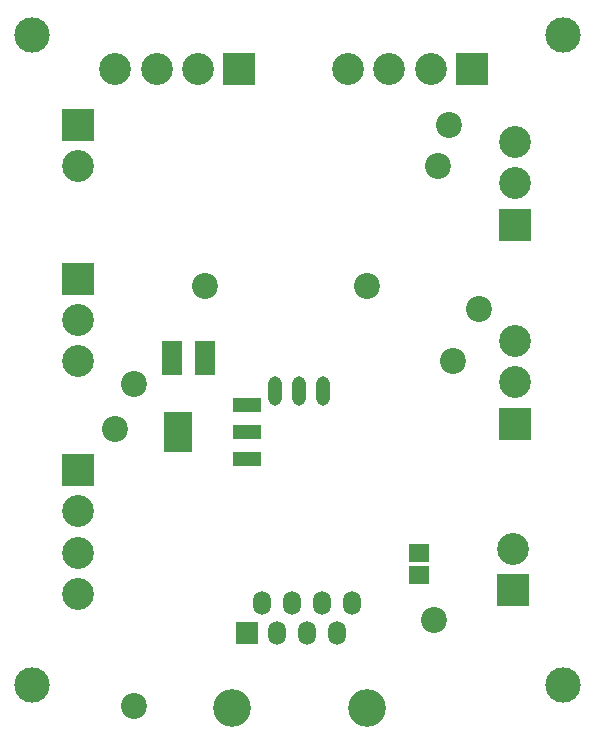
<source format=gts>
G04 DipTrace 3.3.1.1*
G04 Adapterboard.gts*
%MOIN*%
G04 #@! TF.FileFunction,Soldermask,Top*
G04 #@! TF.Part,Single*
%ADD23O,0.059055X0.07874*%
%ADD24R,0.074X0.074*%
%ADD34O,0.047244X0.098425*%
%ADD36C,0.125984*%
%ADD37C,0.11811*%
%ADD46R,0.066935X0.059061*%
%ADD48C,0.08662*%
%ADD50R,0.070872X0.114179*%
%ADD52R,0.092526X0.135833*%
%ADD54R,0.092526X0.045282*%
%ADD56R,0.106305X0.106305*%
%ADD58C,0.106305*%
%FSLAX26Y26*%
G04*
G70*
G90*
G75*
G01*
G04 TopMask*
%LPD*%
D23*
X1262367Y468701D3*
X1212367Y368701D3*
X1162367Y468701D3*
X1062367D3*
X962367D3*
X1112367Y368701D3*
X1012367D3*
D24*
X912367D3*
D36*
X862367Y118701D3*
X1312367D3*
D58*
X350000Y1925000D3*
D56*
Y2062795D3*
D58*
Y1275000D3*
Y1412795D3*
D56*
Y1550591D3*
D58*
X1806060Y2006042D3*
Y1868247D3*
D56*
Y1730451D3*
D58*
X1800000Y650000D3*
D56*
Y512205D3*
D54*
X912500Y950000D3*
Y1040551D3*
Y1131102D3*
D52*
X684154Y1040551D3*
D58*
X350000Y500000D3*
Y637795D3*
Y775591D3*
D56*
Y913386D3*
D58*
X1250000Y2250000D3*
X1387795D3*
X1525591D3*
D56*
X1663386D3*
D58*
X475000D3*
X612795D3*
X750591D3*
D56*
X888386D3*
D50*
X775000Y1287500D3*
X664764D3*
D58*
X1806060Y1343612D3*
Y1205816D3*
D56*
Y1068021D3*
D48*
X1537500Y412500D3*
X475000Y1050000D3*
X537500Y1200000D3*
X1600000Y1275000D3*
X1687500Y1450000D3*
X1587500Y2062500D3*
X1550000Y1925000D3*
X537500Y125000D3*
X1312500Y1525000D3*
X775000D3*
D46*
X1487500Y562500D3*
Y637303D3*
D34*
X1087500Y1175000D3*
X1166240D3*
X1008760D3*
D37*
X196850Y2362205D3*
X1968504D3*
Y196850D3*
X196850D3*
M02*

</source>
